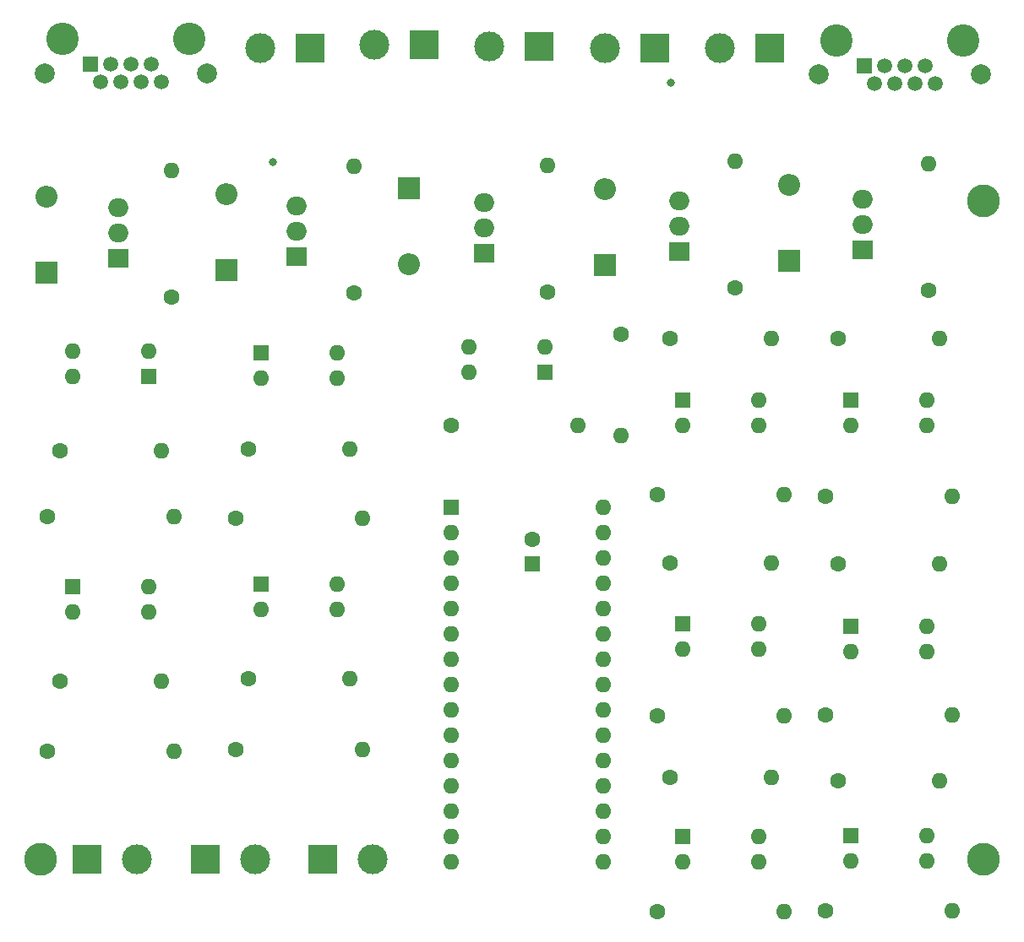
<source format=gbr>
G04 #@! TF.GenerationSoftware,KiCad,Pcbnew,(5.1.5)-3*
G04 #@! TF.CreationDate,2020-02-24T21:21:35+03:00*
G04 #@! TF.ProjectId,valveControllerPCB,76616c76-6543-46f6-9e74-726f6c6c6572,rev?*
G04 #@! TF.SameCoordinates,Original*
G04 #@! TF.FileFunction,Soldermask,Bot*
G04 #@! TF.FilePolarity,Negative*
%FSLAX46Y46*%
G04 Gerber Fmt 4.6, Leading zero omitted, Abs format (unit mm)*
G04 Created by KiCad (PCBNEW (5.1.5)-3) date 2020-02-24 21:21:35*
%MOMM*%
%LPD*%
G04 APERTURE LIST*
%ADD10C,2.000000*%
%ADD11C,3.250000*%
%ADD12C,1.500000*%
%ADD13R,1.500000X1.500000*%
%ADD14O,1.600000X1.600000*%
%ADD15R,1.600000X1.600000*%
%ADD16C,1.600000*%
%ADD17O,2.000000X1.905000*%
%ADD18R,2.000000X1.905000*%
%ADD19C,3.000000*%
%ADD20R,3.000000X3.000000*%
%ADD21O,2.200000X2.200000*%
%ADD22R,2.200000X2.200000*%
%ADD23C,3.300000*%
%ADD24C,0.800000*%
G04 APERTURE END LIST*
D10*
X154155000Y-63565000D03*
X170415000Y-63565000D03*
D11*
X168635000Y-60135000D03*
X155935000Y-60135000D03*
D12*
X165865000Y-64455000D03*
X163825000Y-64455000D03*
X161785000Y-64455000D03*
X159745000Y-64455000D03*
X164845000Y-62675000D03*
X162805000Y-62675000D03*
X160765000Y-62675000D03*
D13*
X158725000Y-62675000D03*
D14*
X119055000Y-93450000D03*
X126675000Y-90910000D03*
X119055000Y-90910000D03*
D15*
X126675000Y-93450000D03*
D14*
X129975000Y-98800000D03*
D16*
X117275000Y-98800000D03*
D14*
X134350000Y-99810000D03*
D16*
X134350000Y-89650000D03*
D14*
X165150000Y-72500000D03*
D16*
X165150000Y-85200000D03*
D17*
X158575000Y-76095000D03*
X158575000Y-78635000D03*
D18*
X158575000Y-81175000D03*
D19*
X98150000Y-60875000D03*
D20*
X103150000Y-60875000D03*
D21*
X151175000Y-74630000D03*
D22*
X151175000Y-82250000D03*
D19*
X85854000Y-142259000D03*
D20*
X80854000Y-142259000D03*
D19*
X97665000Y-142259000D03*
D20*
X92665000Y-142259000D03*
D19*
X109600000Y-60600000D03*
D20*
X114600000Y-60600000D03*
D19*
X121150000Y-60725000D03*
D20*
X126150000Y-60725000D03*
D19*
X132725000Y-60875000D03*
D20*
X137725000Y-60875000D03*
D19*
X144275000Y-60875000D03*
D20*
X149275000Y-60875000D03*
D19*
X109476000Y-142259000D03*
D20*
X104476000Y-142259000D03*
D14*
X164990000Y-139885000D03*
X157370000Y-142425000D03*
X164990000Y-142425000D03*
D15*
X157370000Y-139885000D03*
D14*
X164990000Y-118950000D03*
X157370000Y-121490000D03*
X164990000Y-121490000D03*
D15*
X157370000Y-118950000D03*
D14*
X164990000Y-96225000D03*
X157370000Y-98765000D03*
X164990000Y-98765000D03*
D15*
X157370000Y-96225000D03*
D14*
X148170000Y-140000000D03*
X140550000Y-142540000D03*
X148170000Y-142540000D03*
D15*
X140550000Y-140000000D03*
D14*
X148170000Y-118625000D03*
X140550000Y-121165000D03*
X148170000Y-121165000D03*
D15*
X140550000Y-118625000D03*
D14*
X148170000Y-96225000D03*
X140550000Y-98765000D03*
X148170000Y-98765000D03*
D15*
X140550000Y-96225000D03*
D14*
X105920000Y-114675000D03*
X98300000Y-117215000D03*
X105920000Y-117215000D03*
D15*
X98300000Y-114675000D03*
D14*
X105920000Y-91485000D03*
X98300000Y-94025000D03*
X105920000Y-94025000D03*
D15*
X98300000Y-91485000D03*
D14*
X87045000Y-114900000D03*
X79425000Y-117440000D03*
X87045000Y-117440000D03*
D15*
X79425000Y-114900000D03*
D14*
X79405000Y-93849000D03*
X87025000Y-91309000D03*
X79405000Y-91309000D03*
D15*
X87025000Y-93849000D03*
D14*
X166250000Y-134375000D03*
D16*
X156090000Y-134375000D03*
D14*
X166250000Y-112625000D03*
D16*
X156090000Y-112625000D03*
D14*
X166250000Y-90025000D03*
D16*
X156090000Y-90025000D03*
D14*
X149430000Y-134075000D03*
D16*
X139270000Y-134075000D03*
D14*
X149430000Y-112575000D03*
D16*
X139270000Y-112575000D03*
D14*
X149430000Y-90025000D03*
D16*
X139270000Y-90025000D03*
D14*
X167520000Y-147450000D03*
D16*
X154820000Y-147450000D03*
D14*
X167520000Y-127800000D03*
D16*
X154820000Y-127800000D03*
D14*
X167520000Y-105900000D03*
D16*
X154820000Y-105900000D03*
D14*
X150700000Y-147525000D03*
D16*
X138000000Y-147525000D03*
D14*
X150700000Y-127875000D03*
D16*
X138000000Y-127875000D03*
D14*
X150700000Y-105725000D03*
D16*
X138000000Y-105725000D03*
D14*
X108450000Y-131300000D03*
D16*
X95750000Y-131300000D03*
D14*
X107180000Y-124175000D03*
D16*
X97020000Y-124175000D03*
D14*
X108450000Y-108075000D03*
D16*
X95750000Y-108075000D03*
D14*
X107180000Y-101125000D03*
D16*
X97020000Y-101125000D03*
D14*
X89575000Y-131400000D03*
D16*
X76875000Y-131400000D03*
D14*
X88305000Y-124400000D03*
D16*
X78145000Y-124400000D03*
D14*
X89575000Y-107900000D03*
D16*
X76875000Y-107900000D03*
D14*
X88305000Y-101278000D03*
D16*
X78145000Y-101278000D03*
D14*
X145800000Y-72225000D03*
D16*
X145800000Y-84925000D03*
D14*
X126950000Y-72650000D03*
D16*
X126950000Y-85350000D03*
D14*
X107600000Y-72775000D03*
D16*
X107600000Y-85475000D03*
D14*
X89300000Y-73175000D03*
D16*
X89300000Y-85875000D03*
D17*
X140150000Y-76220000D03*
X140150000Y-78760000D03*
D18*
X140150000Y-81300000D03*
D17*
X120650000Y-76370000D03*
X120650000Y-78910000D03*
D18*
X120650000Y-81450000D03*
D17*
X101825000Y-76770000D03*
X101825000Y-79310000D03*
D18*
X101825000Y-81850000D03*
D17*
X83925000Y-76895000D03*
X83925000Y-79435000D03*
D18*
X83925000Y-81975000D03*
D10*
X76580000Y-63415000D03*
X92840000Y-63415000D03*
D11*
X91060000Y-59985000D03*
X78360000Y-59985000D03*
D12*
X88290000Y-64305000D03*
X86250000Y-64305000D03*
X84210000Y-64305000D03*
X82170000Y-64305000D03*
X87270000Y-62525000D03*
X85230000Y-62525000D03*
X83190000Y-62525000D03*
D13*
X81150000Y-62525000D03*
D21*
X132750000Y-75030000D03*
D22*
X132750000Y-82650000D03*
D21*
X113100000Y-82595000D03*
D22*
X113100000Y-74975000D03*
D21*
X94825000Y-75580000D03*
D22*
X94825000Y-83200000D03*
D21*
X76800000Y-75830000D03*
D22*
X76800000Y-83450000D03*
D16*
X125475000Y-110150000D03*
D15*
X125475000Y-112650000D03*
D14*
X132588000Y-142494000D03*
X117348000Y-142494000D03*
X132588000Y-106934000D03*
X117348000Y-139954000D03*
X132588000Y-109474000D03*
X117348000Y-137414000D03*
X132588000Y-112014000D03*
X117348000Y-134874000D03*
X132588000Y-114554000D03*
X117348000Y-132334000D03*
X132588000Y-117094000D03*
X117348000Y-129794000D03*
X132588000Y-119634000D03*
X117348000Y-127254000D03*
X132588000Y-122174000D03*
X117348000Y-124714000D03*
X132588000Y-124714000D03*
X117348000Y-122174000D03*
X132588000Y-127254000D03*
X117348000Y-119634000D03*
X132588000Y-129794000D03*
X117348000Y-117094000D03*
X132588000Y-132334000D03*
X117348000Y-114554000D03*
X132588000Y-134874000D03*
X117348000Y-112014000D03*
X132588000Y-137414000D03*
X117348000Y-109474000D03*
X132588000Y-139954000D03*
D15*
X117348000Y-106934000D03*
D23*
X170680000Y-76200000D03*
X76200000Y-142240000D03*
X170680000Y-142240000D03*
D24*
X99438800Y-72345600D03*
X139305600Y-64386500D03*
M02*

</source>
